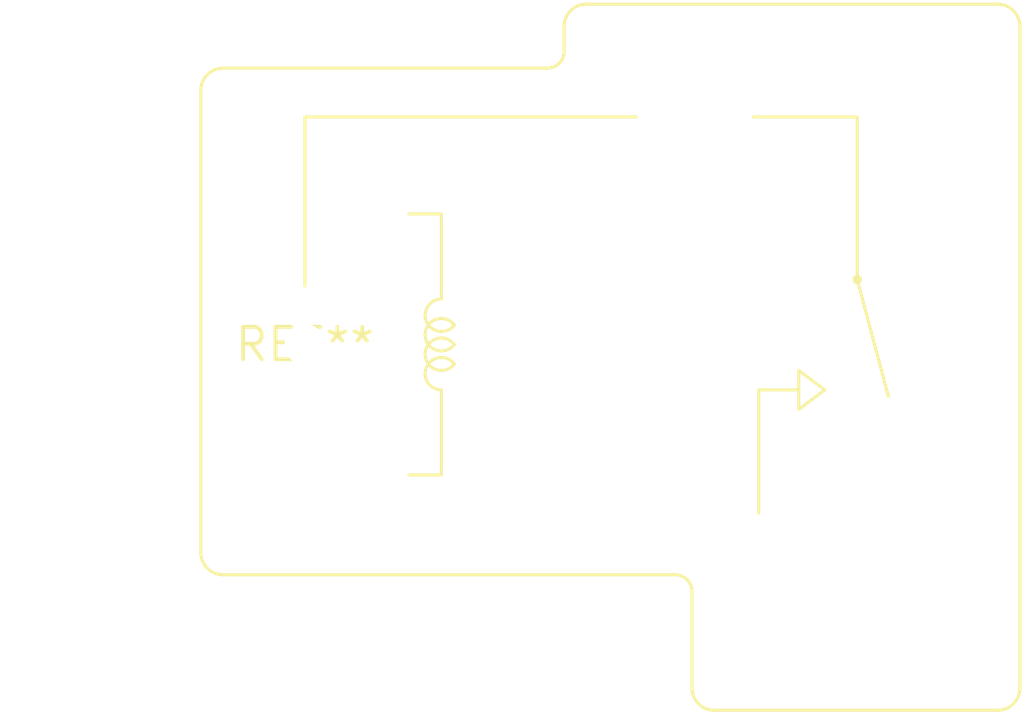
<source format=kicad_pcb>
(kicad_pcb (version 20240108) (generator pcbnew)
  (layers (0 "F.Cu" signal) (31 "B.Cu" signal) (34 "B.Paste" user) (35 "F.Paste" user) (36 "B.SilkS" user "B.Silkscreen") (37 "F.SilkS" user "F.Silkscreen") (38 "B.Mask" user) (39 "F.Mask" user) (44 "Edge.Cuts" user))
  (net 0 "")
  (footprint "Relay_SPST_RAYEX-L90A" (layer "F.Cu") (at 0 0)
    (property "Reference" "REF**")
    (property "Value" "Relay_SPST_RAYEX-L90A")
    (fp_line (start -4.07 -9.94) (end -4.07 8.14) (layer "F.SilkS") (stroke (width 0.12)))
    (fp_line (start -3.2 -10.81) (end 9.48 -10.81) (layer "F.SilkS") (stroke (width 0.12)))
    (fp_line (start -3.2 9.01) (end 14.48 9.01) (layer "F.SilkS") (stroke (width 0.12)))
    (fp_line (start 0 -8.9) (end 0 -2.286) (layer "F.SilkS") (stroke (width 0.12)))
    (fp_line (start 0 -8.9) (end 12.954 -8.9) (layer "F.SilkS") (stroke (width 0.12)))
    (fp_line (start 4.064 -5.1054) (end 5.334 -5.1054) (layer "F.SilkS") (stroke (width 0.12)))
    (fp_line (start 5.334 -1.778) (end 5.334 -5.1054) (layer "F.SilkS") (stroke (width 0.12)))
    (fp_line (start 5.334 5.1054) (end 4.064 5.1054) (layer "F.SilkS") (stroke (width 0.12)))
    (fp_line (start 5.334002 5.105397) (end 5.334002 1.777997) (layer "F.SilkS") (stroke (width 0.12)))
    (fp_line (start 10.13 -12.44) (end 10.13 -11.46) (layer "F.SilkS") (stroke (width 0.12)))
    (fp_line (start 11 -13.31) (end 27.08 -13.31) (layer "F.SilkS") (stroke (width 0.12)))
    (fp_line (start 15.13 9.66) (end 15.13 13.44) (layer "F.SilkS") (stroke (width 0.12)))
    (fp_line (start 16 14.31) (end 27.08 14.31) (layer "F.SilkS") (stroke (width 0.12)))
    (fp_line (start 17.74 1.778) (end 19.304 1.778) (layer "F.SilkS") (stroke (width 0.12)))
    (fp_line (start 17.74 6.604) (end 17.74 1.778) (layer "F.SilkS") (stroke (width 0.12)))
    (fp_line (start 19.304 1.016) (end 19.304 2.54) (layer "F.SilkS") (stroke (width 0.12)))
    (fp_line (start 19.304 2.54) (end 20.32 1.778) (layer "F.SilkS") (stroke (width 0.12)))
    (fp_line (start 20.32 1.778) (end 19.304 1.016) (layer "F.SilkS") (stroke (width 0.12)))
    (fp_line (start 21.59 -8.9) (end 17.526 -8.9) (layer "F.SilkS") (stroke (width 0.12)))
    (fp_line (start 21.59 -2.54) (end 21.59 -8.9) (layer "F.SilkS") (stroke (width 0.12)))
    (fp_line (start 21.59 -2.54) (end 22.8092 2.032) (layer "F.SilkS") (stroke (width 0.12)))
    (fp_line (start 27.95 -12.44) (end 27.95 13.44) (layer "F.SilkS") (stroke (width 0.12)))
    (fp_arc (start -4.07 -9.94) (mid -3.815183 -10.555183) (end -3.2 -10.81) (layer "F.SilkS") (stroke (width 0.12)))
    (fp_arc (start -3.2 9.01) (mid -3.815183 8.755183) (end -4.07 8.14) (layer "F.SilkS") (stroke (width 0.12)))
    (fp_arc (start 5.334002 1.777997) (mid 4.765966 0.859166) (end 5.841802 0.76173) (layer "F.SilkS") (stroke (width 0.12)))
    (fp_arc (start 5.8418 -0.761733) (mid 4.765964 -0.859168) (end 5.334 -1.778) (layer "F.SilkS") (stroke (width 0.12)))
    (fp_arc (start 5.842265 -0.000355) (mid 4.699002 -0.38078) (end 5.842 -0.762001) (layer "F.SilkS") (stroke (width 0.12)))
    (fp_arc (start 5.842266 0.761644) (mid 4.699003 0.381219) (end 5.842001 -2e-06) (layer "F.SilkS") (stroke (width 0.12)))
    (fp_arc (start 10.13 -12.44) (mid 10.384817 -13.055183) (end 11 -13.31) (layer "F.SilkS") (stroke (width 0.12)))
    (fp_arc (start 10.13 -11.46) (mid 9.939619 -11.000381) (end 9.48 -10.81) (layer "F.SilkS") (stroke (width 0.12)))
    (fp_arc (start 14.48 9.01) (mid 14.939619 9.200381) (end 15.13 9.66) (layer "F.SilkS") (stroke (width 0.12)))
    (fp_arc (start 16 14.31) (mid 15.384817 14.055183) (end 15.13 13.44) (layer "F.SilkS") (stroke (width 0.12)))
    (fp_arc (start 27.08 -13.31) (mid 27.695183 -13.055183) (end 27.95 -12.44) (layer "F.SilkS") (stroke (width 0.12)))
    (fp_arc (start 27.95 13.44) (mid 27.695183 14.055183) (end 27.08 14.31) (layer "F.SilkS") (stroke (width 0.12)))
    (fp_circle (center 21.59 -2.54) (end 21.59 -2.413) (layer "F.SilkS") (stroke (width 0.12)) (fill none))
    (pad "13A" thru_hole circle (at 0 0 180) (size 3 3) (drill 1.6) (layers *.Cu *.Mask) (remove_unused_layers))
    (pad "13B" thru_hole circle (at 15.2 -8.9 180) (size 3 3) (drill 1.6) (layers *.Cu *.Mask) (remove_unused_layers))
    (pad "14" thru_hole circle (at 17.74 8.9 180) (size 3 3) (drill 1.6) (layers *.Cu *.Mask) (remove_unused_layers))
    (pad "A1" thru_hole roundrect (at 2.54 -5.1 180) (size 2 2) (drill 1.1) (layers *.Cu *.Mask) (remove_unused_layers))
    (pad "A2" thru_hole circle (at 2.54 5.1 180) (size 2 2) (drill 1.1) (layers *.Cu *.Mask) (remove_unused_layers))
  )
)
</source>
